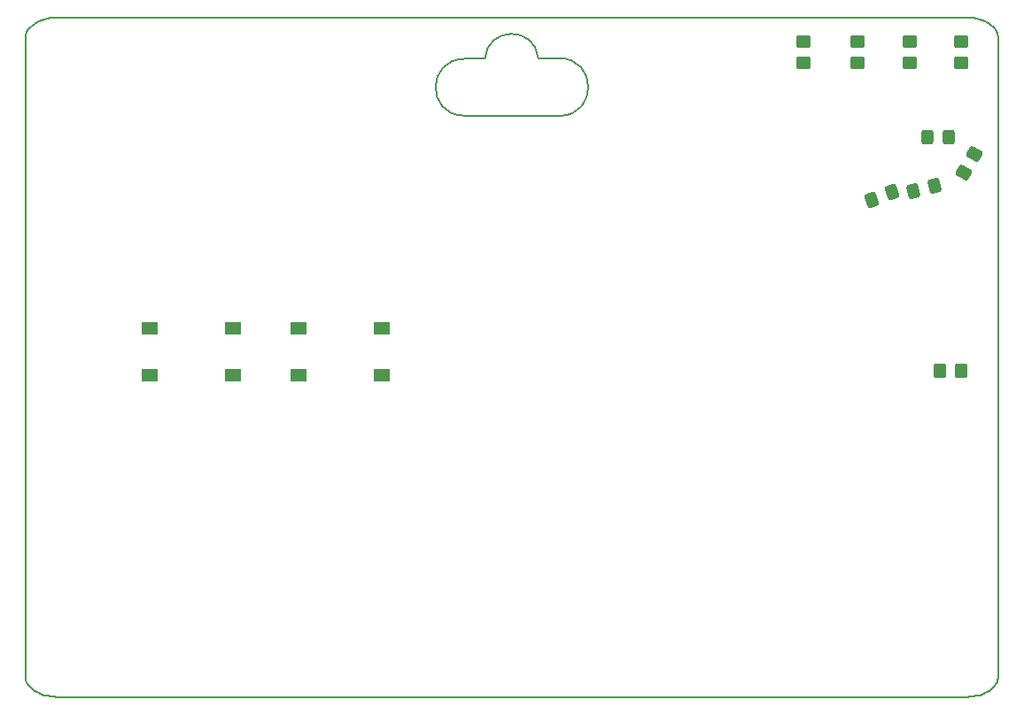
<source format=gtp>
G04 #@! TF.GenerationSoftware,KiCad,Pcbnew,(6.0.0)*
G04 #@! TF.CreationDate,2022-02-16T09:51:19+01:00*
G04 #@! TF.ProjectId,drawing.kicad_v2_pcb,64726177-696e-4672-9e6b-696361645f76,v2.1*
G04 #@! TF.SameCoordinates,Original*
G04 #@! TF.FileFunction,Paste,Top*
G04 #@! TF.FilePolarity,Positive*
%FSLAX46Y46*%
G04 Gerber Fmt 4.6, Leading zero omitted, Abs format (unit mm)*
G04 Created by KiCad (PCBNEW (6.0.0)) date 2022-02-16 09:51:19*
%MOMM*%
%LPD*%
G01*
G04 APERTURE LIST*
G04 Aperture macros list*
%AMRoundRect*
0 Rectangle with rounded corners*
0 $1 Rounding radius*
0 $2 $3 $4 $5 $6 $7 $8 $9 X,Y pos of 4 corners*
0 Add a 4 corners polygon primitive as box body*
4,1,4,$2,$3,$4,$5,$6,$7,$8,$9,$2,$3,0*
0 Add four circle primitives for the rounded corners*
1,1,$1+$1,$2,$3*
1,1,$1+$1,$4,$5*
1,1,$1+$1,$6,$7*
1,1,$1+$1,$8,$9*
0 Add four rect primitives between the rounded corners*
20,1,$1+$1,$2,$3,$4,$5,0*
20,1,$1+$1,$4,$5,$6,$7,0*
20,1,$1+$1,$6,$7,$8,$9,0*
20,1,$1+$1,$8,$9,$2,$3,0*%
G04 Aperture macros list end*
G04 #@! TA.AperFunction,Profile*
%ADD10C,0.150000*%
G04 #@! TD*
%ADD11C,0.200000*%
G04 #@! TA.AperFunction,Profile*
%ADD12C,0.200000*%
G04 #@! TD*
%ADD13RoundRect,0.250000X-0.151491X-0.534018X0.459309X-0.311705X0.151491X0.534018X-0.459309X0.311705X0*%
%ADD14RoundRect,0.250000X-0.197457X-0.518783X0.430394X-0.350550X0.197457X0.518783X-0.430394X0.350550X0*%
%ADD15RoundRect,0.250000X0.227211X-0.506458X0.552211X0.056458X-0.227211X0.506458X-0.552211X-0.056458X0*%
%ADD16RoundRect,0.250000X-0.325000X-0.450000X0.325000X-0.450000X0.325000X0.450000X-0.325000X0.450000X0*%
%ADD17RoundRect,0.250000X0.450000X-0.350000X0.450000X0.350000X-0.450000X0.350000X-0.450000X-0.350000X0*%
%ADD18R,1.550000X1.300000*%
%ADD19RoundRect,0.250000X-0.350000X-0.450000X0.350000X-0.450000X0.350000X0.450000X-0.350000X0.450000X0*%
G04 APERTURE END LIST*
D10*
X157096620Y-70834873D02*
X147866620Y-70804873D01*
X147916669Y-65364807D02*
X149926620Y-65364873D01*
X157036620Y-65324874D02*
X155026620Y-65314873D01*
X155026619Y-65314873D02*
G75*
G03*
X149926620Y-65364873I-2548019J-227008D01*
G01*
X147916669Y-65394800D02*
G75*
G03*
X147866620Y-70804873I0J-2705268D01*
G01*
X157096620Y-70834872D02*
G75*
G03*
X157036620Y-65324874I-41644J2754872D01*
G01*
D11*
X199009991Y-124410835D02*
X198994558Y-124617854D01*
X198949252Y-124818762D01*
X198875557Y-125012559D01*
X198774959Y-125198246D01*
X198648943Y-125374823D01*
X198498994Y-125541290D01*
X198326598Y-125696648D01*
X198133240Y-125839897D01*
X197920406Y-125970037D01*
X197689580Y-126086068D01*
X197442248Y-126186991D01*
X197179896Y-126271807D01*
X196904009Y-126339514D01*
X196616072Y-126389115D01*
X196317570Y-126419608D01*
X196009990Y-126429995D01*
X196009990Y-61430000D02*
X196317570Y-61440386D01*
X196616072Y-61470880D01*
X196904009Y-61520480D01*
X197179896Y-61588188D01*
X197442248Y-61673004D01*
X197689580Y-61773927D01*
X197920406Y-61889959D01*
X198133240Y-62020099D01*
X198326598Y-62163348D01*
X198498994Y-62318706D01*
X198648943Y-62485173D01*
X198774959Y-62661750D01*
X198875557Y-62847436D01*
X198949252Y-63041233D01*
X198994558Y-63242140D01*
X199009991Y-63449159D01*
D12*
X109010000Y-61430000D02*
X109010000Y-61430000D01*
D11*
X109010000Y-126429995D02*
X108702419Y-126419608D01*
X108403917Y-126389115D01*
X108115979Y-126339514D01*
X107840092Y-126271807D01*
X107577739Y-126186991D01*
X107330408Y-126086068D01*
X107099582Y-125970037D01*
X106886747Y-125839897D01*
X106693389Y-125696648D01*
X106520992Y-125541290D01*
X106371043Y-125374823D01*
X106245027Y-125198246D01*
X106144429Y-125012559D01*
X106070734Y-124818762D01*
X106025428Y-124617854D01*
X106009996Y-124410835D01*
D12*
X196009990Y-126429995D02*
X109010000Y-126429995D01*
X199009991Y-63449159D02*
X199009991Y-124410835D01*
D11*
X106009996Y-63449159D02*
X106025428Y-63242140D01*
X106070734Y-63041233D01*
X106144429Y-62847436D01*
X106245027Y-62661750D01*
X106371043Y-62485173D01*
X106520992Y-62318706D01*
X106693389Y-62163348D01*
X106886747Y-62020099D01*
X107099582Y-61889959D01*
X107330408Y-61773927D01*
X107577739Y-61673004D01*
X107840092Y-61588188D01*
X108115979Y-61520480D01*
X108403917Y-61470880D01*
X108702419Y-61440386D01*
X109010000Y-61430000D01*
D12*
X106009996Y-124410835D02*
X106009996Y-63449159D01*
X109010000Y-61430000D02*
X196009990Y-61430000D01*
D13*
X186920615Y-78861971D03*
X188846985Y-78160829D03*
D14*
X190905766Y-78035010D03*
X192885914Y-77504430D03*
D15*
X195677100Y-76249476D03*
X196702100Y-74474124D03*
D16*
X192208040Y-72864980D03*
X194258040Y-72864980D03*
D17*
X180365400Y-65719200D03*
X180365400Y-63719200D03*
X185572400Y-65770000D03*
X185572400Y-63770000D03*
X195453000Y-65770000D03*
X195453000Y-63770000D03*
X190500000Y-65770000D03*
X190500000Y-63770000D03*
D18*
X125875000Y-95645800D03*
X117925000Y-95645800D03*
X125875000Y-91145800D03*
X117925000Y-91145800D03*
D19*
X193411600Y-95224600D03*
X195411600Y-95224600D03*
D18*
X140068200Y-95671200D03*
X132118200Y-95671200D03*
X140068200Y-91171200D03*
X132118200Y-91171200D03*
M02*

</source>
